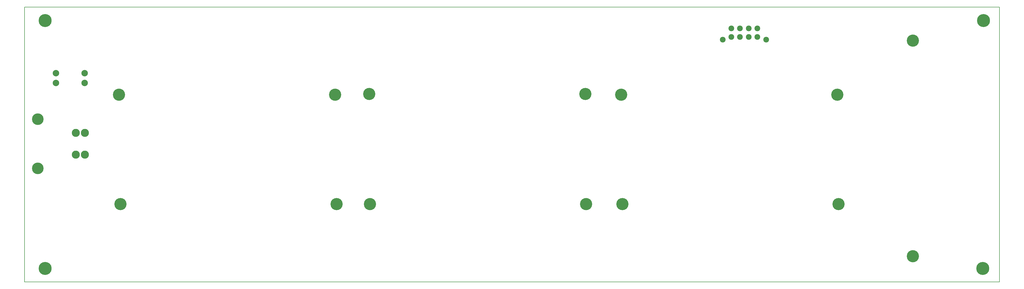
<source format=gts>
G04*
G04 #@! TF.GenerationSoftware,Altium Limited,Altium Designer,22.4.2 (48)*
G04*
G04 Layer_Color=8388736*
%FSLAX25Y25*%
%MOIN*%
G70*
G04*
G04 #@! TF.SameCoordinates,340CD510-C2A3-4888-8477-CFC9A3A3E853*
G04*
G04*
G04 #@! TF.FilePolarity,Negative*
G04*
G01*
G75*
%ADD11C,0.00500*%
%ADD18C,0.17729*%
%ADD19C,0.08800*%
%ADD20C,0.07800*%
%ADD21C,0.16548*%
%ADD22C,0.10958*%
%ADD23C,0.15800*%
D11*
X500Y500D02*
X1325000D01*
X1325000Y375000D02*
X1325000Y500D01*
X500Y375000D02*
X1325000D01*
X500D02*
X500Y500D01*
D18*
X28500Y356500D02*
D03*
X1303500D02*
D03*
X1302500Y19000D02*
D03*
X28500D02*
D03*
D19*
X43000Y285000D02*
D03*
X82000D02*
D03*
Y271500D02*
D03*
X43000D02*
D03*
D20*
X949000Y330500D02*
D03*
X1008000D02*
D03*
X996000Y346000D02*
D03*
X996200Y334200D02*
D03*
X984400D02*
D03*
Y346000D02*
D03*
X972600D02*
D03*
X960800D02*
D03*
Y334200D02*
D03*
X972600D02*
D03*
D21*
X1207500Y35650D02*
D03*
Y329350D02*
D03*
X1104850Y255500D02*
D03*
X811150D02*
D03*
X812650Y106500D02*
D03*
X1106350D02*
D03*
X422350Y255500D02*
D03*
X128650D02*
D03*
X130650Y106500D02*
D03*
X424350D02*
D03*
X469650D02*
D03*
X763350D02*
D03*
X762350Y256500D02*
D03*
X468650D02*
D03*
D22*
X70000Y174000D02*
D03*
X82520Y203500D02*
D03*
Y174000D02*
D03*
X70000Y203500D02*
D03*
D23*
X18307Y155299D02*
D03*
Y222201D02*
D03*
M02*

</source>
